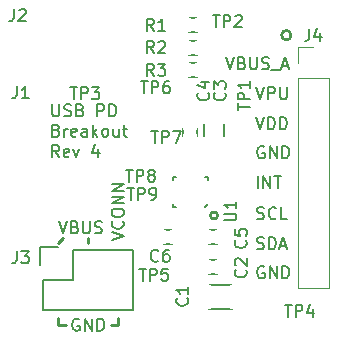
<source format=gto>
G04 #@! TF.GenerationSoftware,KiCad,Pcbnew,(5.1.2)-1*
G04 #@! TF.CreationDate,2019-06-03T23:01:36-07:00*
G04 #@! TF.ProjectId,USB-PD-Breakout,5553422d-5044-42d4-9272-65616b6f7574,rev?*
G04 #@! TF.SameCoordinates,PX60e4b00PY60e4b00*
G04 #@! TF.FileFunction,Legend,Top*
G04 #@! TF.FilePolarity,Positive*
%FSLAX46Y46*%
G04 Gerber Fmt 4.6, Leading zero omitted, Abs format (unit mm)*
G04 Created by KiCad (PCBNEW (5.1.2)-1) date 2019-06-03 23:01:36*
%MOMM*%
%LPD*%
G04 APERTURE LIST*
%ADD10C,0.254000*%
%ADD11C,0.203200*%
%ADD12C,0.150000*%
%ADD13C,0.120000*%
%ADD14O,3.000000X1.500000*%
%ADD15O,2.500000X1.500000*%
%ADD16R,1.100000X1.400000*%
%ADD17R,1.100000X0.700000*%
%ADD18O,1.300000X2.000000*%
%ADD19R,1.800000X2.000000*%
%ADD20R,2.300000X2.300000*%
%ADD21R,0.800000X1.750000*%
%ADD22R,2.127200X2.127200*%
%ADD23O,2.127200X2.127200*%
%ADD24R,1.400000X2.000000*%
%ADD25R,1.200000X1.150000*%
%ADD26R,1.650000X1.400000*%
%ADD27R,1.150000X1.200000*%
%ADD28R,0.980000X0.700000*%
%ADD29R,0.700000X0.980000*%
%ADD30R,1.850000X1.850000*%
%ADD31C,7.400000*%
%ADD32C,1.000000*%
%ADD33O,2.100000X2.100000*%
%ADD34R,2.100000X2.100000*%
%ADD35C,1.670000*%
G04 APERTURE END LIST*
D10*
X31135609Y25273000D02*
G75*
G03X31135609Y25273000I-401609J0D01*
G01*
D11*
X10914984Y19428581D02*
X10914984Y18606105D01*
X10963365Y18509343D01*
X11011746Y18460962D01*
X11108508Y18412581D01*
X11302032Y18412581D01*
X11398794Y18460962D01*
X11447175Y18509343D01*
X11495556Y18606105D01*
X11495556Y19428581D01*
X11930984Y18460962D02*
X12076127Y18412581D01*
X12318032Y18412581D01*
X12414794Y18460962D01*
X12463175Y18509343D01*
X12511556Y18606105D01*
X12511556Y18702867D01*
X12463175Y18799629D01*
X12414794Y18848010D01*
X12318032Y18896391D01*
X12124508Y18944772D01*
X12027746Y18993153D01*
X11979365Y19041534D01*
X11930984Y19138296D01*
X11930984Y19235058D01*
X11979365Y19331820D01*
X12027746Y19380200D01*
X12124508Y19428581D01*
X12366413Y19428581D01*
X12511556Y19380200D01*
X13285651Y18944772D02*
X13430794Y18896391D01*
X13479175Y18848010D01*
X13527556Y18751248D01*
X13527556Y18606105D01*
X13479175Y18509343D01*
X13430794Y18460962D01*
X13334032Y18412581D01*
X12946984Y18412581D01*
X12946984Y19428581D01*
X13285651Y19428581D01*
X13382413Y19380200D01*
X13430794Y19331820D01*
X13479175Y19235058D01*
X13479175Y19138296D01*
X13430794Y19041534D01*
X13382413Y18993153D01*
X13285651Y18944772D01*
X12946984Y18944772D01*
X14737080Y18412581D02*
X14737080Y19428581D01*
X15124127Y19428581D01*
X15220889Y19380200D01*
X15269270Y19331820D01*
X15317651Y19235058D01*
X15317651Y19089915D01*
X15269270Y18993153D01*
X15220889Y18944772D01*
X15124127Y18896391D01*
X14737080Y18896391D01*
X15753080Y18412581D02*
X15753080Y19428581D01*
X15994984Y19428581D01*
X16140127Y19380200D01*
X16236889Y19283439D01*
X16285270Y19186677D01*
X16333651Y18993153D01*
X16333651Y18848010D01*
X16285270Y18654486D01*
X16236889Y18557724D01*
X16140127Y18460962D01*
X15994984Y18412581D01*
X15753080Y18412581D01*
X11253651Y17217572D02*
X11398794Y17169191D01*
X11447175Y17120810D01*
X11495556Y17024048D01*
X11495556Y16878905D01*
X11447175Y16782143D01*
X11398794Y16733762D01*
X11302032Y16685381D01*
X10914984Y16685381D01*
X10914984Y17701381D01*
X11253651Y17701381D01*
X11350413Y17653000D01*
X11398794Y17604620D01*
X11447175Y17507858D01*
X11447175Y17411096D01*
X11398794Y17314334D01*
X11350413Y17265953D01*
X11253651Y17217572D01*
X10914984Y17217572D01*
X11930984Y16685381D02*
X11930984Y17362715D01*
X11930984Y17169191D02*
X11979365Y17265953D01*
X12027746Y17314334D01*
X12124508Y17362715D01*
X12221270Y17362715D01*
X12946984Y16733762D02*
X12850222Y16685381D01*
X12656699Y16685381D01*
X12559937Y16733762D01*
X12511556Y16830524D01*
X12511556Y17217572D01*
X12559937Y17314334D01*
X12656699Y17362715D01*
X12850222Y17362715D01*
X12946984Y17314334D01*
X12995365Y17217572D01*
X12995365Y17120810D01*
X12511556Y17024048D01*
X13866222Y16685381D02*
X13866222Y17217572D01*
X13817841Y17314334D01*
X13721080Y17362715D01*
X13527556Y17362715D01*
X13430794Y17314334D01*
X13866222Y16733762D02*
X13769460Y16685381D01*
X13527556Y16685381D01*
X13430794Y16733762D01*
X13382413Y16830524D01*
X13382413Y16927286D01*
X13430794Y17024048D01*
X13527556Y17072429D01*
X13769460Y17072429D01*
X13866222Y17120810D01*
X14350032Y16685381D02*
X14350032Y17701381D01*
X14446794Y17072429D02*
X14737080Y16685381D01*
X14737080Y17362715D02*
X14350032Y16975667D01*
X15317651Y16685381D02*
X15220889Y16733762D01*
X15172508Y16782143D01*
X15124127Y16878905D01*
X15124127Y17169191D01*
X15172508Y17265953D01*
X15220889Y17314334D01*
X15317651Y17362715D01*
X15462794Y17362715D01*
X15559556Y17314334D01*
X15607937Y17265953D01*
X15656318Y17169191D01*
X15656318Y16878905D01*
X15607937Y16782143D01*
X15559556Y16733762D01*
X15462794Y16685381D01*
X15317651Y16685381D01*
X16527175Y17362715D02*
X16527175Y16685381D01*
X16091746Y17362715D02*
X16091746Y16830524D01*
X16140127Y16733762D01*
X16236889Y16685381D01*
X16382032Y16685381D01*
X16478794Y16733762D01*
X16527175Y16782143D01*
X16865841Y17362715D02*
X17252889Y17362715D01*
X17010984Y17701381D02*
X17010984Y16830524D01*
X17059365Y16733762D01*
X17156127Y16685381D01*
X17252889Y16685381D01*
X11495556Y14958181D02*
X11156889Y15441991D01*
X10914984Y14958181D02*
X10914984Y15974181D01*
X11302032Y15974181D01*
X11398794Y15925800D01*
X11447175Y15877420D01*
X11495556Y15780658D01*
X11495556Y15635515D01*
X11447175Y15538753D01*
X11398794Y15490372D01*
X11302032Y15441991D01*
X10914984Y15441991D01*
X12318032Y15006562D02*
X12221270Y14958181D01*
X12027746Y14958181D01*
X11930984Y15006562D01*
X11882603Y15103324D01*
X11882603Y15490372D01*
X11930984Y15587134D01*
X12027746Y15635515D01*
X12221270Y15635515D01*
X12318032Y15587134D01*
X12366413Y15490372D01*
X12366413Y15393610D01*
X11882603Y15296848D01*
X12705080Y15635515D02*
X12946984Y14958181D01*
X13188889Y15635515D01*
X14785460Y15635515D02*
X14785460Y14958181D01*
X14543556Y16022562D02*
X14301651Y15296848D01*
X14930603Y15296848D01*
D10*
X11430000Y7700000D02*
X11811000Y8081000D01*
X13970000Y7700000D02*
X13970000Y8081000D01*
D11*
X11472333Y9526381D02*
X11811000Y8510381D01*
X12149666Y9526381D01*
X12827000Y9042572D02*
X12972142Y8994191D01*
X13020523Y8945810D01*
X13068904Y8849048D01*
X13068904Y8703905D01*
X13020523Y8607143D01*
X12972142Y8558762D01*
X12875380Y8510381D01*
X12488333Y8510381D01*
X12488333Y9526381D01*
X12827000Y9526381D01*
X12923761Y9478000D01*
X12972142Y9429620D01*
X13020523Y9332858D01*
X13020523Y9236096D01*
X12972142Y9139334D01*
X12923761Y9090953D01*
X12827000Y9042572D01*
X12488333Y9042572D01*
X13504333Y9526381D02*
X13504333Y8703905D01*
X13552714Y8607143D01*
X13601095Y8558762D01*
X13697857Y8510381D01*
X13891380Y8510381D01*
X13988142Y8558762D01*
X14036523Y8607143D01*
X14084904Y8703905D01*
X14084904Y9526381D01*
X14520333Y8558762D02*
X14665476Y8510381D01*
X14907380Y8510381D01*
X15004142Y8558762D01*
X15052523Y8607143D01*
X15100904Y8703905D01*
X15100904Y8800667D01*
X15052523Y8897429D01*
X15004142Y8945810D01*
X14907380Y8994191D01*
X14713857Y9042572D01*
X14617095Y9090953D01*
X14568714Y9139334D01*
X14520333Y9236096D01*
X14520333Y9332858D01*
X14568714Y9429620D01*
X14617095Y9478000D01*
X14713857Y9526381D01*
X14955761Y9526381D01*
X15100904Y9478000D01*
D10*
X11430000Y715000D02*
X11430000Y1350000D01*
X12065000Y715000D02*
X11430000Y715000D01*
X16510000Y715000D02*
X16510000Y1350000D01*
X15875000Y715000D02*
X16510000Y715000D01*
D11*
X13195904Y1223000D02*
X13099142Y1271381D01*
X12954000Y1271381D01*
X12808857Y1223000D01*
X12712095Y1126239D01*
X12663714Y1029477D01*
X12615333Y835953D01*
X12615333Y690810D01*
X12663714Y497286D01*
X12712095Y400524D01*
X12808857Y303762D01*
X12954000Y255381D01*
X13050761Y255381D01*
X13195904Y303762D01*
X13244285Y352143D01*
X13244285Y690810D01*
X13050761Y690810D01*
X13679714Y255381D02*
X13679714Y1271381D01*
X14260285Y255381D01*
X14260285Y1271381D01*
X14744095Y255381D02*
X14744095Y1271381D01*
X14986000Y1271381D01*
X15131142Y1223000D01*
X15227904Y1126239D01*
X15276285Y1029477D01*
X15324666Y835953D01*
X15324666Y690810D01*
X15276285Y497286D01*
X15227904Y400524D01*
X15131142Y303762D01*
X14986000Y255381D01*
X14744095Y255381D01*
X15953619Y7928842D02*
X16969619Y8267509D01*
X15953619Y8606176D01*
X16872857Y9525414D02*
X16921238Y9477033D01*
X16969619Y9331890D01*
X16969619Y9235128D01*
X16921238Y9089985D01*
X16824476Y8993223D01*
X16727714Y8944842D01*
X16534190Y8896461D01*
X16389047Y8896461D01*
X16195523Y8944842D01*
X16098761Y8993223D01*
X16002000Y9089985D01*
X15953619Y9235128D01*
X15953619Y9331890D01*
X16002000Y9477033D01*
X16050380Y9525414D01*
X15953619Y10154366D02*
X15953619Y10347890D01*
X16002000Y10444652D01*
X16098761Y10541414D01*
X16292285Y10589795D01*
X16630952Y10589795D01*
X16824476Y10541414D01*
X16921238Y10444652D01*
X16969619Y10347890D01*
X16969619Y10154366D01*
X16921238Y10057604D01*
X16824476Y9960842D01*
X16630952Y9912461D01*
X16292285Y9912461D01*
X16098761Y9960842D01*
X16002000Y10057604D01*
X15953619Y10154366D01*
X16969619Y11025223D02*
X15953619Y11025223D01*
X16969619Y11605795D01*
X15953619Y11605795D01*
X16969619Y12089604D02*
X15953619Y12089604D01*
X16969619Y12670176D01*
X15953619Y12670176D01*
X28168841Y18336381D02*
X28507508Y17320381D01*
X28846175Y18336381D01*
X29184841Y17320381D02*
X29184841Y18336381D01*
X29426746Y18336381D01*
X29571889Y18288000D01*
X29668651Y18191239D01*
X29717032Y18094477D01*
X29765413Y17900953D01*
X29765413Y17755810D01*
X29717032Y17562286D01*
X29668651Y17465524D01*
X29571889Y17368762D01*
X29426746Y17320381D01*
X29184841Y17320381D01*
X30200841Y17320381D02*
X30200841Y18336381D01*
X30442746Y18336381D01*
X30587889Y18288000D01*
X30684651Y18191239D01*
X30733032Y18094477D01*
X30781413Y17900953D01*
X30781413Y17755810D01*
X30733032Y17562286D01*
X30684651Y17465524D01*
X30587889Y17368762D01*
X30442746Y17320381D01*
X30200841Y17320381D01*
X28846175Y15828000D02*
X28749413Y15876381D01*
X28604270Y15876381D01*
X28459127Y15828000D01*
X28362365Y15731239D01*
X28313984Y15634477D01*
X28265603Y15440953D01*
X28265603Y15295810D01*
X28313984Y15102286D01*
X28362365Y15005524D01*
X28459127Y14908762D01*
X28604270Y14860381D01*
X28701032Y14860381D01*
X28846175Y14908762D01*
X28894556Y14957143D01*
X28894556Y15295810D01*
X28701032Y15295810D01*
X29329984Y14860381D02*
X29329984Y15876381D01*
X29910556Y14860381D01*
X29910556Y15876381D01*
X30394365Y14860381D02*
X30394365Y15876381D01*
X30636270Y15876381D01*
X30781413Y15828000D01*
X30878175Y15731239D01*
X30926556Y15634477D01*
X30974937Y15440953D01*
X30974937Y15295810D01*
X30926556Y15102286D01*
X30878175Y15005524D01*
X30781413Y14908762D01*
X30636270Y14860381D01*
X30394365Y14860381D01*
X28265603Y7208762D02*
X28410746Y7160381D01*
X28652651Y7160381D01*
X28749413Y7208762D01*
X28797794Y7257143D01*
X28846175Y7353905D01*
X28846175Y7450667D01*
X28797794Y7547429D01*
X28749413Y7595810D01*
X28652651Y7644191D01*
X28459127Y7692572D01*
X28362365Y7740953D01*
X28313984Y7789334D01*
X28265603Y7886096D01*
X28265603Y7982858D01*
X28313984Y8079620D01*
X28362365Y8128000D01*
X28459127Y8176381D01*
X28701032Y8176381D01*
X28846175Y8128000D01*
X29281603Y7160381D02*
X29281603Y8176381D01*
X29523508Y8176381D01*
X29668651Y8128000D01*
X29765413Y8031239D01*
X29813794Y7934477D01*
X29862175Y7740953D01*
X29862175Y7595810D01*
X29813794Y7402286D01*
X29765413Y7305524D01*
X29668651Y7208762D01*
X29523508Y7160381D01*
X29281603Y7160381D01*
X30249222Y7450667D02*
X30733032Y7450667D01*
X30152460Y7160381D02*
X30491127Y8176381D01*
X30829794Y7160381D01*
X28313984Y12320381D02*
X28313984Y13336381D01*
X28797794Y12320381D02*
X28797794Y13336381D01*
X29378365Y12320381D01*
X29378365Y13336381D01*
X29717032Y13336381D02*
X30297603Y13336381D01*
X30007318Y12320381D02*
X30007318Y13336381D01*
X28168841Y20876381D02*
X28507508Y19860381D01*
X28846175Y20876381D01*
X29184841Y19860381D02*
X29184841Y20876381D01*
X29571889Y20876381D01*
X29668651Y20828000D01*
X29717032Y20779620D01*
X29765413Y20682858D01*
X29765413Y20537715D01*
X29717032Y20440953D01*
X29668651Y20392572D01*
X29571889Y20344191D01*
X29184841Y20344191D01*
X30200841Y20876381D02*
X30200841Y20053905D01*
X30249222Y19957143D01*
X30297603Y19908762D01*
X30394365Y19860381D01*
X30587889Y19860381D01*
X30684651Y19908762D01*
X30733032Y19957143D01*
X30781413Y20053905D01*
X30781413Y20876381D01*
X25628841Y23416381D02*
X25967508Y22400381D01*
X26306175Y23416381D01*
X26983508Y22932572D02*
X27128651Y22884191D01*
X27177032Y22835810D01*
X27225413Y22739048D01*
X27225413Y22593905D01*
X27177032Y22497143D01*
X27128651Y22448762D01*
X27031889Y22400381D01*
X26644841Y22400381D01*
X26644841Y23416381D01*
X26983508Y23416381D01*
X27080270Y23368000D01*
X27128651Y23319620D01*
X27177032Y23222858D01*
X27177032Y23126096D01*
X27128651Y23029334D01*
X27080270Y22980953D01*
X26983508Y22932572D01*
X26644841Y22932572D01*
X27660841Y23416381D02*
X27660841Y22593905D01*
X27709222Y22497143D01*
X27757603Y22448762D01*
X27854365Y22400381D01*
X28047889Y22400381D01*
X28144651Y22448762D01*
X28193032Y22497143D01*
X28241413Y22593905D01*
X28241413Y23416381D01*
X28676841Y22448762D02*
X28821984Y22400381D01*
X29063889Y22400381D01*
X29160651Y22448762D01*
X29209032Y22497143D01*
X29257413Y22593905D01*
X29257413Y22690667D01*
X29209032Y22787429D01*
X29160651Y22835810D01*
X29063889Y22884191D01*
X28870365Y22932572D01*
X28773603Y22980953D01*
X28725222Y23029334D01*
X28676841Y23126096D01*
X28676841Y23222858D01*
X28725222Y23319620D01*
X28773603Y23368000D01*
X28870365Y23416381D01*
X29112270Y23416381D01*
X29257413Y23368000D01*
X29450937Y22303620D02*
X30225032Y22303620D01*
X30418556Y22690667D02*
X30902365Y22690667D01*
X30321794Y22400381D02*
X30660460Y23416381D01*
X30999127Y22400381D01*
X28265603Y9748762D02*
X28410746Y9700381D01*
X28652651Y9700381D01*
X28749413Y9748762D01*
X28797794Y9797143D01*
X28846175Y9893905D01*
X28846175Y9990667D01*
X28797794Y10087429D01*
X28749413Y10135810D01*
X28652651Y10184191D01*
X28459127Y10232572D01*
X28362365Y10280953D01*
X28313984Y10329334D01*
X28265603Y10426096D01*
X28265603Y10522858D01*
X28313984Y10619620D01*
X28362365Y10668000D01*
X28459127Y10716381D01*
X28701032Y10716381D01*
X28846175Y10668000D01*
X29862175Y9797143D02*
X29813794Y9748762D01*
X29668651Y9700381D01*
X29571889Y9700381D01*
X29426746Y9748762D01*
X29329984Y9845524D01*
X29281603Y9942286D01*
X29233222Y10135810D01*
X29233222Y10280953D01*
X29281603Y10474477D01*
X29329984Y10571239D01*
X29426746Y10668000D01*
X29571889Y10716381D01*
X29668651Y10716381D01*
X29813794Y10668000D01*
X29862175Y10619620D01*
X30781413Y9700381D02*
X30297603Y9700381D01*
X30297603Y10716381D01*
X28846175Y5668000D02*
X28749413Y5716381D01*
X28604270Y5716381D01*
X28459127Y5668000D01*
X28362365Y5571239D01*
X28313984Y5474477D01*
X28265603Y5280953D01*
X28265603Y5135810D01*
X28313984Y4942286D01*
X28362365Y4845524D01*
X28459127Y4748762D01*
X28604270Y4700381D01*
X28701032Y4700381D01*
X28846175Y4748762D01*
X28894556Y4797143D01*
X28894556Y5135810D01*
X28701032Y5135810D01*
X29329984Y4700381D02*
X29329984Y5716381D01*
X29910556Y4700381D01*
X29910556Y5716381D01*
X30394365Y4700381D02*
X30394365Y5716381D01*
X30636270Y5716381D01*
X30781413Y5668000D01*
X30878175Y5571239D01*
X30926556Y5474477D01*
X30974937Y5280953D01*
X30974937Y5135810D01*
X30926556Y4942286D01*
X30878175Y4845524D01*
X30781413Y4748762D01*
X30636270Y4700381D01*
X30394365Y4700381D01*
D12*
X17780000Y7065000D02*
X12700000Y7065000D01*
X9880000Y7345000D02*
X11430000Y7345000D01*
X10160000Y4525000D02*
X12700000Y4525000D01*
X12700000Y4525000D02*
X12700000Y7065000D01*
X17780000Y7065000D02*
X17780000Y1985000D01*
X17780000Y1985000D02*
X12700000Y1985000D01*
X9880000Y7345000D02*
X9880000Y5795000D01*
X10160000Y1985000D02*
X10160000Y4525000D01*
X12700000Y1985000D02*
X10160000Y1985000D01*
X26146000Y4153000D02*
X24146000Y4153000D01*
X24146000Y2103000D02*
X26146000Y2103000D01*
X24161000Y6268000D02*
X24861000Y6268000D01*
X24861000Y5068000D02*
X24161000Y5068000D01*
X23788000Y17772000D02*
X23788000Y16772000D01*
X25488000Y16772000D02*
X25488000Y17772000D01*
X22006000Y16748000D02*
X22006000Y17448000D01*
X23206000Y17448000D02*
X23206000Y16748000D01*
X24161000Y8808000D02*
X24861000Y8808000D01*
X24861000Y7608000D02*
X24161000Y7608000D01*
X21051000Y7608000D02*
X20351000Y7608000D01*
X20351000Y8808000D02*
X21051000Y8808000D01*
X23210000Y25515000D02*
X22510000Y25515000D01*
X22510000Y26715000D02*
X23210000Y26715000D01*
X23210000Y23610000D02*
X22510000Y23610000D01*
X22510000Y24810000D02*
X23210000Y24810000D01*
X23210000Y21705000D02*
X22510000Y21705000D01*
X22510000Y22905000D02*
X23210000Y22905000D01*
D10*
X24906000Y10018000D02*
G75*
G03X24906000Y10018000I-300000J0D01*
G01*
D12*
X24106000Y11018000D02*
X23856000Y10768000D01*
X21356000Y10768000D02*
X21106000Y10768000D01*
X21106000Y10768000D02*
X21106000Y11018000D01*
X23856000Y13268000D02*
X24106000Y13268000D01*
X24106000Y13268000D02*
X24106000Y13018000D01*
X21356000Y13268000D02*
X21106000Y13268000D01*
X21106000Y13268000D02*
X21106000Y13018000D01*
D13*
X31690000Y24270000D02*
X33020000Y24270000D01*
X31690000Y22940000D02*
X31690000Y24270000D01*
X34350000Y21670000D02*
X31690000Y21670000D01*
X34350000Y3830000D02*
X34350000Y21670000D01*
X31690000Y3830000D02*
X34350000Y3830000D01*
X31690000Y21670000D02*
X31690000Y3830000D01*
D11*
X7916333Y20956381D02*
X7916333Y20230667D01*
X7867952Y20085524D01*
X7771190Y19988762D01*
X7626047Y19940381D01*
X7529285Y19940381D01*
X8932333Y19940381D02*
X8351761Y19940381D01*
X8642047Y19940381D02*
X8642047Y20956381D01*
X8545285Y20811239D01*
X8448523Y20714477D01*
X8351761Y20666096D01*
X7662333Y27480381D02*
X7662333Y26754667D01*
X7613952Y26609524D01*
X7517190Y26512762D01*
X7372047Y26464381D01*
X7275285Y26464381D01*
X8097761Y27383620D02*
X8146142Y27432000D01*
X8242904Y27480381D01*
X8484809Y27480381D01*
X8581571Y27432000D01*
X8629952Y27383620D01*
X8678333Y27286858D01*
X8678333Y27190096D01*
X8629952Y27044953D01*
X8049380Y26464381D01*
X8678333Y26464381D01*
X7916333Y6986381D02*
X7916333Y6260667D01*
X7867952Y6115524D01*
X7771190Y6018762D01*
X7626047Y5970381D01*
X7529285Y5970381D01*
X8303380Y6986381D02*
X8932333Y6986381D01*
X8593666Y6599334D01*
X8738809Y6599334D01*
X8835571Y6550953D01*
X8883952Y6502572D01*
X8932333Y6405810D01*
X8932333Y6163905D01*
X8883952Y6067143D01*
X8835571Y6018762D01*
X8738809Y5970381D01*
X8448523Y5970381D01*
X8351761Y6018762D01*
X8303380Y6067143D01*
X22333857Y3005667D02*
X22382238Y2957286D01*
X22430619Y2812143D01*
X22430619Y2715381D01*
X22382238Y2570239D01*
X22285476Y2473477D01*
X22188714Y2425096D01*
X21995190Y2376715D01*
X21850047Y2376715D01*
X21656523Y2425096D01*
X21559761Y2473477D01*
X21463000Y2570239D01*
X21414619Y2715381D01*
X21414619Y2812143D01*
X21463000Y2957286D01*
X21511380Y3005667D01*
X22430619Y3973286D02*
X22430619Y3392715D01*
X22430619Y3683000D02*
X21414619Y3683000D01*
X21559761Y3586239D01*
X21656523Y3489477D01*
X21704904Y3392715D01*
X27286857Y5418667D02*
X27335238Y5370286D01*
X27383619Y5225143D01*
X27383619Y5128381D01*
X27335238Y4983239D01*
X27238476Y4886477D01*
X27141714Y4838096D01*
X26948190Y4789715D01*
X26803047Y4789715D01*
X26609523Y4838096D01*
X26512761Y4886477D01*
X26416000Y4983239D01*
X26367619Y5128381D01*
X26367619Y5225143D01*
X26416000Y5370286D01*
X26464380Y5418667D01*
X26464380Y5805715D02*
X26416000Y5854096D01*
X26367619Y5950858D01*
X26367619Y6192762D01*
X26416000Y6289524D01*
X26464380Y6337905D01*
X26561142Y6386286D01*
X26657904Y6386286D01*
X26803047Y6337905D01*
X27383619Y5757334D01*
X27383619Y6386286D01*
X25508857Y20404667D02*
X25557238Y20356286D01*
X25605619Y20211143D01*
X25605619Y20114381D01*
X25557238Y19969239D01*
X25460476Y19872477D01*
X25363714Y19824096D01*
X25170190Y19775715D01*
X25025047Y19775715D01*
X24831523Y19824096D01*
X24734761Y19872477D01*
X24638000Y19969239D01*
X24589619Y20114381D01*
X24589619Y20211143D01*
X24638000Y20356286D01*
X24686380Y20404667D01*
X24589619Y20743334D02*
X24589619Y21372286D01*
X24976666Y21033620D01*
X24976666Y21178762D01*
X25025047Y21275524D01*
X25073428Y21323905D01*
X25170190Y21372286D01*
X25412095Y21372286D01*
X25508857Y21323905D01*
X25557238Y21275524D01*
X25605619Y21178762D01*
X25605619Y20888477D01*
X25557238Y20791715D01*
X25508857Y20743334D01*
X24111857Y20404667D02*
X24160238Y20356286D01*
X24208619Y20211143D01*
X24208619Y20114381D01*
X24160238Y19969239D01*
X24063476Y19872477D01*
X23966714Y19824096D01*
X23773190Y19775715D01*
X23628047Y19775715D01*
X23434523Y19824096D01*
X23337761Y19872477D01*
X23241000Y19969239D01*
X23192619Y20114381D01*
X23192619Y20211143D01*
X23241000Y20356286D01*
X23289380Y20404667D01*
X23531285Y21275524D02*
X24208619Y21275524D01*
X23144238Y21033620D02*
X23869952Y20791715D01*
X23869952Y21420667D01*
X27286857Y7911667D02*
X27335238Y7863286D01*
X27383619Y7718143D01*
X27383619Y7621381D01*
X27335238Y7476239D01*
X27238476Y7379477D01*
X27141714Y7331096D01*
X26948190Y7282715D01*
X26803047Y7282715D01*
X26609523Y7331096D01*
X26512761Y7379477D01*
X26416000Y7476239D01*
X26367619Y7621381D01*
X26367619Y7718143D01*
X26416000Y7863286D01*
X26464380Y7911667D01*
X26367619Y8830905D02*
X26367619Y8347096D01*
X26851428Y8298715D01*
X26803047Y8347096D01*
X26754666Y8443858D01*
X26754666Y8685762D01*
X26803047Y8782524D01*
X26851428Y8830905D01*
X26948190Y8879286D01*
X27190095Y8879286D01*
X27286857Y8830905D01*
X27335238Y8782524D01*
X27383619Y8685762D01*
X27383619Y8443858D01*
X27335238Y8347096D01*
X27286857Y8298715D01*
X19896666Y6194143D02*
X19848285Y6145762D01*
X19703142Y6097381D01*
X19606380Y6097381D01*
X19461238Y6145762D01*
X19364476Y6242524D01*
X19316095Y6339286D01*
X19267714Y6532810D01*
X19267714Y6677953D01*
X19316095Y6871477D01*
X19364476Y6968239D01*
X19461238Y7065000D01*
X19606380Y7113381D01*
X19703142Y7113381D01*
X19848285Y7065000D01*
X19896666Y7016620D01*
X20767523Y7113381D02*
X20574000Y7113381D01*
X20477238Y7065000D01*
X20428857Y7016620D01*
X20332095Y6871477D01*
X20283714Y6677953D01*
X20283714Y6290905D01*
X20332095Y6194143D01*
X20380476Y6145762D01*
X20477238Y6097381D01*
X20670761Y6097381D01*
X20767523Y6145762D01*
X20815904Y6194143D01*
X20864285Y6290905D01*
X20864285Y6532810D01*
X20815904Y6629572D01*
X20767523Y6677953D01*
X20670761Y6726334D01*
X20477238Y6726334D01*
X20380476Y6677953D01*
X20332095Y6629572D01*
X20283714Y6532810D01*
X19515666Y25655381D02*
X19177000Y26139191D01*
X18935095Y25655381D02*
X18935095Y26671381D01*
X19322142Y26671381D01*
X19418904Y26623000D01*
X19467285Y26574620D01*
X19515666Y26477858D01*
X19515666Y26332715D01*
X19467285Y26235953D01*
X19418904Y26187572D01*
X19322142Y26139191D01*
X18935095Y26139191D01*
X20483285Y25655381D02*
X19902714Y25655381D01*
X20193000Y25655381D02*
X20193000Y26671381D01*
X20096238Y26526239D01*
X19999476Y26429477D01*
X19902714Y26381096D01*
X19515666Y23750381D02*
X19177000Y24234191D01*
X18935095Y23750381D02*
X18935095Y24766381D01*
X19322142Y24766381D01*
X19418904Y24718000D01*
X19467285Y24669620D01*
X19515666Y24572858D01*
X19515666Y24427715D01*
X19467285Y24330953D01*
X19418904Y24282572D01*
X19322142Y24234191D01*
X18935095Y24234191D01*
X19902714Y24669620D02*
X19951095Y24718000D01*
X20047857Y24766381D01*
X20289761Y24766381D01*
X20386523Y24718000D01*
X20434904Y24669620D01*
X20483285Y24572858D01*
X20483285Y24476096D01*
X20434904Y24330953D01*
X19854333Y23750381D01*
X20483285Y23750381D01*
X19515666Y21845381D02*
X19177000Y22329191D01*
X18935095Y21845381D02*
X18935095Y22861381D01*
X19322142Y22861381D01*
X19418904Y22813000D01*
X19467285Y22764620D01*
X19515666Y22667858D01*
X19515666Y22522715D01*
X19467285Y22425953D01*
X19418904Y22377572D01*
X19322142Y22329191D01*
X18935095Y22329191D01*
X19854333Y22861381D02*
X20483285Y22861381D01*
X20144619Y22474334D01*
X20289761Y22474334D01*
X20386523Y22425953D01*
X20434904Y22377572D01*
X20483285Y22280810D01*
X20483285Y22038905D01*
X20434904Y21942143D01*
X20386523Y21893762D01*
X20289761Y21845381D01*
X19999476Y21845381D01*
X19902714Y21893762D01*
X19854333Y21942143D01*
X25478619Y9592905D02*
X26301095Y9592905D01*
X26397857Y9641286D01*
X26446238Y9689667D01*
X26494619Y9786429D01*
X26494619Y9979953D01*
X26446238Y10076715D01*
X26397857Y10125096D01*
X26301095Y10173477D01*
X25478619Y10173477D01*
X26494619Y11189477D02*
X26494619Y10608905D01*
X26494619Y10899191D02*
X25478619Y10899191D01*
X25623761Y10802429D01*
X25720523Y10705667D01*
X25768904Y10608905D01*
X32681333Y25826381D02*
X32681333Y25100667D01*
X32632952Y24955524D01*
X32536190Y24858762D01*
X32391047Y24810381D01*
X32294285Y24810381D01*
X33600571Y25487715D02*
X33600571Y24810381D01*
X33358666Y25874762D02*
X33116761Y25149048D01*
X33745714Y25149048D01*
X26621619Y18910905D02*
X26621619Y19491477D01*
X27637619Y19201191D02*
X26621619Y19201191D01*
X27637619Y19830143D02*
X26621619Y19830143D01*
X26621619Y20217191D01*
X26670000Y20313953D01*
X26718380Y20362334D01*
X26815142Y20410715D01*
X26960285Y20410715D01*
X27057047Y20362334D01*
X27105428Y20313953D01*
X27153809Y20217191D01*
X27153809Y19830143D01*
X27637619Y21378334D02*
X27637619Y20797762D01*
X27637619Y21088048D02*
X26621619Y21088048D01*
X26766761Y20991286D01*
X26863523Y20894524D01*
X26911904Y20797762D01*
X24498904Y26972381D02*
X25079476Y26972381D01*
X24789190Y25956381D02*
X24789190Y26972381D01*
X25418142Y25956381D02*
X25418142Y26972381D01*
X25805190Y26972381D01*
X25901952Y26924000D01*
X25950333Y26875620D01*
X25998714Y26778858D01*
X25998714Y26633715D01*
X25950333Y26536953D01*
X25901952Y26488572D01*
X25805190Y26440191D01*
X25418142Y26440191D01*
X26385761Y26875620D02*
X26434142Y26924000D01*
X26530904Y26972381D01*
X26772809Y26972381D01*
X26869571Y26924000D01*
X26917952Y26875620D01*
X26966333Y26778858D01*
X26966333Y26682096D01*
X26917952Y26536953D01*
X26337380Y25956381D01*
X26966333Y25956381D01*
X12433904Y20876381D02*
X13014476Y20876381D01*
X12724190Y19860381D02*
X12724190Y20876381D01*
X13353142Y19860381D02*
X13353142Y20876381D01*
X13740190Y20876381D01*
X13836952Y20828000D01*
X13885333Y20779620D01*
X13933714Y20682858D01*
X13933714Y20537715D01*
X13885333Y20440953D01*
X13836952Y20392572D01*
X13740190Y20344191D01*
X13353142Y20344191D01*
X14272380Y20876381D02*
X14901333Y20876381D01*
X14562666Y20489334D01*
X14707809Y20489334D01*
X14804571Y20440953D01*
X14852952Y20392572D01*
X14901333Y20295810D01*
X14901333Y20053905D01*
X14852952Y19957143D01*
X14804571Y19908762D01*
X14707809Y19860381D01*
X14417523Y19860381D01*
X14320761Y19908762D01*
X14272380Y19957143D01*
X30594904Y2461381D02*
X31175476Y2461381D01*
X30885190Y1445381D02*
X30885190Y2461381D01*
X31514142Y1445381D02*
X31514142Y2461381D01*
X31901190Y2461381D01*
X31997952Y2413000D01*
X32046333Y2364620D01*
X32094714Y2267858D01*
X32094714Y2122715D01*
X32046333Y2025953D01*
X31997952Y1977572D01*
X31901190Y1929191D01*
X31514142Y1929191D01*
X32965571Y2122715D02*
X32965571Y1445381D01*
X32723666Y2509762D02*
X32481761Y1784048D01*
X33110714Y1784048D01*
X18275904Y5509381D02*
X18856476Y5509381D01*
X18566190Y4493381D02*
X18566190Y5509381D01*
X19195142Y4493381D02*
X19195142Y5509381D01*
X19582190Y5509381D01*
X19678952Y5461000D01*
X19727333Y5412620D01*
X19775714Y5315858D01*
X19775714Y5170715D01*
X19727333Y5073953D01*
X19678952Y5025572D01*
X19582190Y4977191D01*
X19195142Y4977191D01*
X20694952Y5509381D02*
X20211142Y5509381D01*
X20162761Y5025572D01*
X20211142Y5073953D01*
X20307904Y5122334D01*
X20549809Y5122334D01*
X20646571Y5073953D01*
X20694952Y5025572D01*
X20743333Y4928810D01*
X20743333Y4686905D01*
X20694952Y4590143D01*
X20646571Y4541762D01*
X20549809Y4493381D01*
X20307904Y4493381D01*
X20211142Y4541762D01*
X20162761Y4590143D01*
X18402904Y21384381D02*
X18983476Y21384381D01*
X18693190Y20368381D02*
X18693190Y21384381D01*
X19322142Y20368381D02*
X19322142Y21384381D01*
X19709190Y21384381D01*
X19805952Y21336000D01*
X19854333Y21287620D01*
X19902714Y21190858D01*
X19902714Y21045715D01*
X19854333Y20948953D01*
X19805952Y20900572D01*
X19709190Y20852191D01*
X19322142Y20852191D01*
X20773571Y21384381D02*
X20580047Y21384381D01*
X20483285Y21336000D01*
X20434904Y21287620D01*
X20338142Y21142477D01*
X20289761Y20948953D01*
X20289761Y20561905D01*
X20338142Y20465143D01*
X20386523Y20416762D01*
X20483285Y20368381D01*
X20676809Y20368381D01*
X20773571Y20416762D01*
X20821952Y20465143D01*
X20870333Y20561905D01*
X20870333Y20803810D01*
X20821952Y20900572D01*
X20773571Y20948953D01*
X20676809Y20997334D01*
X20483285Y20997334D01*
X20386523Y20948953D01*
X20338142Y20900572D01*
X20289761Y20803810D01*
X19291904Y17193381D02*
X19872476Y17193381D01*
X19582190Y16177381D02*
X19582190Y17193381D01*
X20211142Y16177381D02*
X20211142Y17193381D01*
X20598190Y17193381D01*
X20694952Y17145000D01*
X20743333Y17096620D01*
X20791714Y16999858D01*
X20791714Y16854715D01*
X20743333Y16757953D01*
X20694952Y16709572D01*
X20598190Y16661191D01*
X20211142Y16661191D01*
X21130380Y17193381D02*
X21807714Y17193381D01*
X21372285Y16177381D01*
X17132904Y13891381D02*
X17713476Y13891381D01*
X17423190Y12875381D02*
X17423190Y13891381D01*
X18052142Y12875381D02*
X18052142Y13891381D01*
X18439190Y13891381D01*
X18535952Y13843000D01*
X18584333Y13794620D01*
X18632714Y13697858D01*
X18632714Y13552715D01*
X18584333Y13455953D01*
X18535952Y13407572D01*
X18439190Y13359191D01*
X18052142Y13359191D01*
X19213285Y13455953D02*
X19116523Y13504334D01*
X19068142Y13552715D01*
X19019761Y13649477D01*
X19019761Y13697858D01*
X19068142Y13794620D01*
X19116523Y13843000D01*
X19213285Y13891381D01*
X19406809Y13891381D01*
X19503571Y13843000D01*
X19551952Y13794620D01*
X19600333Y13697858D01*
X19600333Y13649477D01*
X19551952Y13552715D01*
X19503571Y13504334D01*
X19406809Y13455953D01*
X19213285Y13455953D01*
X19116523Y13407572D01*
X19068142Y13359191D01*
X19019761Y13262429D01*
X19019761Y13068905D01*
X19068142Y12972143D01*
X19116523Y12923762D01*
X19213285Y12875381D01*
X19406809Y12875381D01*
X19503571Y12923762D01*
X19551952Y12972143D01*
X19600333Y13068905D01*
X19600333Y13262429D01*
X19551952Y13359191D01*
X19503571Y13407572D01*
X19406809Y13455953D01*
X17259904Y12367381D02*
X17840476Y12367381D01*
X17550190Y11351381D02*
X17550190Y12367381D01*
X18179142Y11351381D02*
X18179142Y12367381D01*
X18566190Y12367381D01*
X18662952Y12319000D01*
X18711333Y12270620D01*
X18759714Y12173858D01*
X18759714Y12028715D01*
X18711333Y11931953D01*
X18662952Y11883572D01*
X18566190Y11835191D01*
X18179142Y11835191D01*
X19243523Y11351381D02*
X19437047Y11351381D01*
X19533809Y11399762D01*
X19582190Y11448143D01*
X19678952Y11593286D01*
X19727333Y11786810D01*
X19727333Y12173858D01*
X19678952Y12270620D01*
X19630571Y12319000D01*
X19533809Y12367381D01*
X19340285Y12367381D01*
X19243523Y12319000D01*
X19195142Y12270620D01*
X19146761Y12173858D01*
X19146761Y11931953D01*
X19195142Y11835191D01*
X19243523Y11786810D01*
X19340285Y11738429D01*
X19533809Y11738429D01*
X19630571Y11786810D01*
X19678952Y11835191D01*
X19727333Y11931953D01*
%LPC*%
D14*
X1770000Y9680000D03*
X1770000Y18320000D03*
D15*
X7130000Y9680000D03*
X7130000Y18320000D03*
D16*
X6240000Y17100000D03*
D17*
X6240000Y16250000D03*
X6240000Y15750000D03*
X6240000Y15250000D03*
X6240000Y14750000D03*
X6240000Y14250000D03*
X6240000Y13750000D03*
X6240000Y13250000D03*
X6240000Y12750000D03*
X6240000Y12250000D03*
X6240000Y11750000D03*
D16*
X6240000Y10900000D03*
D17*
X7540000Y11000000D03*
X7540000Y11500000D03*
X7540000Y12000000D03*
X7540000Y12500000D03*
X7540000Y13000000D03*
X7540000Y13500000D03*
X7540000Y14500000D03*
X7540000Y15000000D03*
X7540000Y15500000D03*
X7540000Y16000000D03*
X7540000Y16500000D03*
X7540000Y17000000D03*
D18*
X10670000Y26550000D03*
X17270000Y26550000D03*
D19*
X10770000Y24100000D03*
X17170000Y24100000D03*
D20*
X12770000Y26550000D03*
X15170000Y26550000D03*
D21*
X12670000Y23875000D03*
X13320000Y23875000D03*
X13970000Y23875000D03*
X14620000Y23875000D03*
X15270000Y23875000D03*
D22*
X11430000Y5795000D03*
D23*
X11430000Y3255000D03*
X13970000Y5795000D03*
X13970000Y3255000D03*
X16510000Y5795000D03*
X16510000Y3255000D03*
D24*
X23646000Y3128000D03*
X26646000Y3128000D03*
D25*
X23761000Y5668000D03*
X25261000Y5668000D03*
D26*
X24638000Y16272000D03*
X24638000Y18272000D03*
D27*
X22606000Y16348000D03*
X22606000Y17848000D03*
D25*
X23761000Y8208000D03*
X25261000Y8208000D03*
X21451000Y8208000D03*
X19951000Y8208000D03*
X23610000Y26115000D03*
X22110000Y26115000D03*
X23610000Y24210000D03*
X22110000Y24210000D03*
X23610000Y22305000D03*
X22110000Y22305000D03*
D28*
X23821000Y11518000D03*
X23821000Y12018000D03*
X23821000Y12518000D03*
D29*
X22856000Y13233000D03*
X22356000Y13233000D03*
X21856000Y13233000D03*
D28*
X21391000Y12518000D03*
X21391000Y12018000D03*
X21391000Y11518000D03*
D29*
X21856000Y10803000D03*
X22856000Y10803000D03*
X23356000Y10803000D03*
X22356000Y10803000D03*
X23356000Y13233000D03*
D30*
X22606000Y12018000D03*
D31*
X4000000Y3890000D03*
D32*
X6625000Y3890000D03*
X5856155Y2033845D03*
X4000000Y1265000D03*
X2143845Y2033845D03*
X1375000Y3890000D03*
X2143845Y5746155D03*
X4000000Y6515000D03*
X5856155Y5746155D03*
D31*
X4000000Y24000000D03*
D32*
X6625000Y24000000D03*
X5856155Y22143845D03*
X4000000Y21375000D03*
X2143845Y22143845D03*
X1375000Y24000000D03*
X2143845Y25856155D03*
X4000000Y26625000D03*
X5856155Y25856155D03*
D33*
X33020000Y5160000D03*
X33020000Y7700000D03*
X33020000Y10240000D03*
X33020000Y12780000D03*
X33020000Y15320000D03*
X33020000Y17860000D03*
X33020000Y20400000D03*
D34*
X33020000Y22940000D03*
D35*
X27305000Y17780000D03*
X25781000Y24511000D03*
X16002000Y20701000D03*
X29337000Y1905000D03*
X21971000Y5334000D03*
X21844000Y19812000D03*
X19177000Y18415000D03*
X18161000Y15113000D03*
X18161000Y10033000D03*
M02*

</source>
